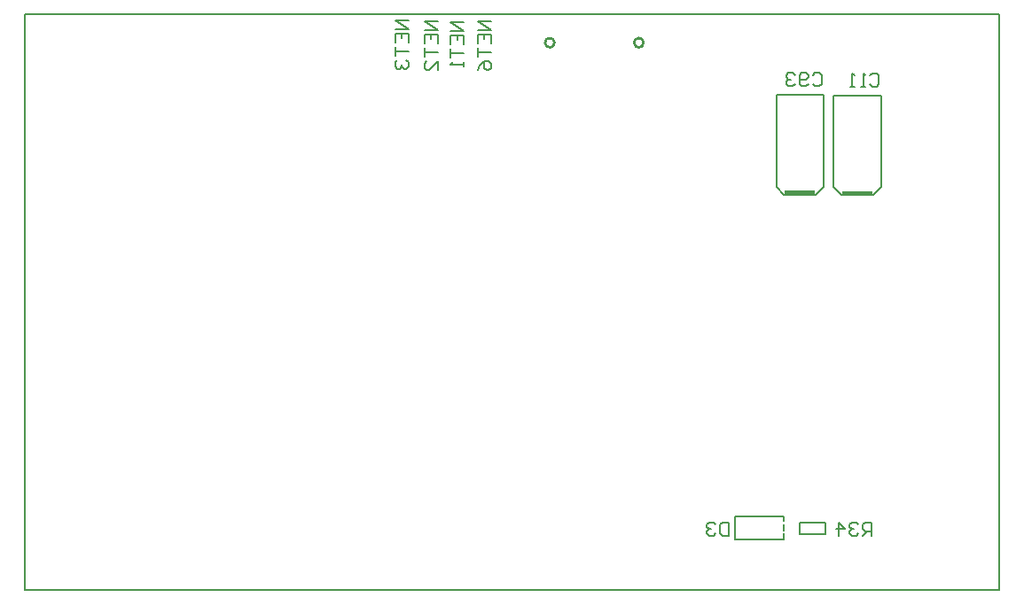
<source format=gbo>
%FSLAX25Y25*%
%MOIN*%
G70*
G01*
G75*
G04 Layer_Color=32896*
%ADD10C,0.02000*%
%ADD11R,0.07874X0.07874*%
%ADD12R,0.03347X0.02756*%
%ADD13R,0.02756X0.08268*%
%ADD14R,0.02559X0.04843*%
%ADD15R,0.19685X0.05118*%
%ADD16R,0.04724X0.09843*%
%ADD17R,0.09843X0.05906*%
%ADD18O,0.01378X0.06890*%
%ADD19R,0.01378X0.01181*%
%ADD20R,0.01378X0.00984*%
%ADD21R,0.01181X0.01181*%
%ADD22O,0.04724X0.00984*%
%ADD23R,0.04724X0.01772*%
%ADD24O,0.04724X0.01772*%
%ADD25O,0.00984X0.04724*%
%ADD26O,0.01772X0.04724*%
%ADD27R,0.07480X0.05512*%
%ADD28R,0.05315X0.01654*%
%ADD29R,0.03937X0.03150*%
%ADD30R,0.03150X0.03937*%
%ADD31R,0.09843X0.11811*%
%ADD32O,0.07087X0.02362*%
%ADD33O,0.02362X0.07087*%
%ADD34O,0.03543X0.01969*%
%ADD35R,0.03543X0.01969*%
%ADD36O,0.03543X0.01969*%
%ADD37R,0.01575X0.03347*%
%ADD38R,0.03937X0.02362*%
%ADD39R,0.02756X0.03347*%
G04:AMPARAMS|DCode=40|XSize=35.43mil|YSize=157.48mil|CornerRadius=1.77mil|HoleSize=0mil|Usage=FLASHONLY|Rotation=0.000|XOffset=0mil|YOffset=0mil|HoleType=Round|Shape=RoundedRectangle|*
%AMROUNDEDRECTD40*
21,1,0.03543,0.15394,0,0,0.0*
21,1,0.03189,0.15748,0,0,0.0*
1,1,0.00354,0.01595,-0.07697*
1,1,0.00354,-0.01595,-0.07697*
1,1,0.00354,-0.01595,0.07697*
1,1,0.00354,0.01595,0.07697*
%
%ADD40ROUNDEDRECTD40*%
%ADD41R,0.05906X0.03937*%
%ADD42R,0.05118X0.19685*%
%ADD43R,0.03937X0.05906*%
%ADD44C,0.04000*%
%ADD45C,0.01000*%
%ADD46C,0.01500*%
%ADD47C,0.00800*%
%ADD48C,0.03000*%
%ADD49C,0.07000*%
%ADD50R,0.16830X0.03653*%
%ADD51C,0.00500*%
%ADD52C,0.05906*%
%ADD53R,0.05906X0.05906*%
%ADD54C,0.11811*%
%ADD55O,0.07874X0.15748*%
%ADD56C,0.03228*%
%ADD57R,0.05906X0.05906*%
%ADD58C,0.07874*%
%ADD59R,0.07874X0.07874*%
%ADD60O,0.11811X0.07874*%
%ADD61R,0.11811X0.07874*%
G04:AMPARAMS|DCode=62|XSize=51.18mil|YSize=173.23mil|CornerRadius=2.56mil|HoleSize=0mil|Usage=FLASHONLY|Rotation=0.000|XOffset=0mil|YOffset=0mil|HoleType=Round|Shape=RoundedRectangle|*
%AMROUNDEDRECTD62*
21,1,0.05118,0.16811,0,0,0.0*
21,1,0.04606,0.17323,0,0,0.0*
1,1,0.00512,0.02303,-0.08406*
1,1,0.00512,-0.02303,-0.08406*
1,1,0.00512,-0.02303,0.08406*
1,1,0.00512,0.02303,0.08406*
%
%ADD62ROUNDEDRECTD62*%
%ADD63C,0.03000*%
%ADD64C,0.04000*%
%ADD65C,0.02000*%
%ADD66C,0.06000*%
%ADD67R,0.03937X0.07087*%
%ADD68R,0.11811X0.08661*%
%ADD69C,0.00984*%
%ADD70C,0.02362*%
%ADD71C,0.00787*%
%ADD72C,0.00300*%
%ADD73C,0.00400*%
%ADD74C,0.00493*%
%ADD75C,0.00700*%
%ADD76R,0.08674X0.08674*%
%ADD77R,0.04147X0.03556*%
%ADD78R,0.03556X0.09068*%
%ADD79R,0.03359X0.05643*%
%ADD80R,0.20485X0.05918*%
%ADD81R,0.05524X0.10642*%
%ADD82R,0.10642X0.06706*%
%ADD83O,0.02178X0.07690*%
%ADD84R,0.02178X0.01981*%
%ADD85R,0.02178X0.01784*%
%ADD86R,0.01981X0.01981*%
%ADD87O,0.05524X0.01784*%
%ADD88R,0.05524X0.02572*%
%ADD89O,0.05524X0.02572*%
%ADD90O,0.01784X0.05524*%
%ADD91O,0.02572X0.05524*%
%ADD92R,0.08280X0.06312*%
%ADD93R,0.06115X0.02454*%
%ADD94R,0.04737X0.03950*%
%ADD95R,0.03950X0.04737*%
%ADD96R,0.10642X0.12611*%
%ADD97O,0.07887X0.03162*%
%ADD98O,0.03162X0.07887*%
%ADD99O,0.04343X0.02769*%
%ADD100R,0.04343X0.02769*%
%ADD101O,0.04343X0.02769*%
%ADD102R,0.02375X0.04147*%
%ADD103R,0.04737X0.03162*%
%ADD104R,0.03556X0.04147*%
G04:AMPARAMS|DCode=105|XSize=39.37mil|YSize=161.42mil|CornerRadius=1.97mil|HoleSize=0mil|Usage=FLASHONLY|Rotation=0.000|XOffset=0mil|YOffset=0mil|HoleType=Round|Shape=RoundedRectangle|*
%AMROUNDEDRECTD105*
21,1,0.03937,0.15748,0,0,0.0*
21,1,0.03543,0.16142,0,0,0.0*
1,1,0.00394,0.01772,-0.07874*
1,1,0.00394,-0.01772,-0.07874*
1,1,0.00394,-0.01772,0.07874*
1,1,0.00394,0.01772,0.07874*
%
%ADD105ROUNDEDRECTD105*%
%ADD106R,0.06706X0.04737*%
%ADD107R,0.05918X0.20485*%
%ADD108R,0.04737X0.06706*%
%ADD109C,0.06706*%
%ADD110R,0.06706X0.06706*%
%ADD111C,0.12611*%
%ADD112O,0.08674X0.16548*%
%ADD113C,0.04028*%
%ADD114R,0.06706X0.06706*%
%ADD115C,0.08674*%
%ADD116R,0.08674X0.08674*%
%ADD117O,0.12611X0.08674*%
%ADD118R,0.12611X0.08674*%
G04:AMPARAMS|DCode=119|XSize=55.12mil|YSize=177.16mil|CornerRadius=2.76mil|HoleSize=0mil|Usage=FLASHONLY|Rotation=0.000|XOffset=0mil|YOffset=0mil|HoleType=Round|Shape=RoundedRectangle|*
%AMROUNDEDRECTD119*
21,1,0.05512,0.17165,0,0,0.0*
21,1,0.04961,0.17716,0,0,0.0*
1,1,0.00551,0.02480,-0.08583*
1,1,0.00551,-0.02480,-0.08583*
1,1,0.00551,-0.02480,0.08583*
1,1,0.00551,0.02480,0.08583*
%
%ADD119ROUNDEDRECTD119*%
%ADD120R,0.04737X0.07887*%
%ADD121R,0.12611X0.09461*%
%ADD122R,0.11811X0.01575*%
D45*
X193037Y6781D02*
G03*
X193037Y6781I-1772J0D01*
G01*
X159572D02*
G03*
X159572Y6781I-1772J0D01*
G01*
D51*
X227444Y-180131D02*
X245751D01*
X227444Y-171469D02*
X245751D01*
X227444Y-180131D02*
Y-171469D01*
X245751Y-180131D02*
Y-177949D01*
X245800Y-173200D02*
Y-171600D01*
Y-176700D02*
Y-174600D01*
X251626Y-173735D02*
X261469D01*
X251626Y-178065D02*
X261469D01*
Y-173735D01*
X251626Y-178065D02*
Y-173735D01*
X242942Y-12791D02*
X260658D01*
Y-47437D02*
Y-12791D01*
X242942Y-47437D02*
Y-12791D01*
X257705Y-50390D02*
X260658Y-47437D01*
X245895Y-50390D02*
X257705D01*
X242942Y-47437D02*
X245895Y-50390D01*
X264542Y-12991D02*
X282258D01*
Y-47637D02*
Y-12991D01*
X264542Y-47637D02*
Y-12991D01*
X279306Y-50590D02*
X282258Y-47637D01*
X267495Y-50590D02*
X279306D01*
X264542Y-47637D02*
X267495Y-50590D01*
X-39500Y-199135D02*
Y17400D01*
Y-199135D02*
X326642D01*
Y17400D01*
X-39500D02*
X326642D01*
D75*
X135700Y14700D02*
X130702D01*
X135700Y11368D01*
X130702D01*
Y6369D02*
Y9702D01*
X135700D01*
Y6369D01*
X133201Y9702D02*
Y8036D01*
X130702Y4703D02*
Y1371D01*
Y3037D01*
X135700D01*
X130702Y-3627D02*
X131535Y-1961D01*
X133201Y-295D01*
X134867D01*
X135700Y-1128D01*
Y-2794D01*
X134867Y-3627D01*
X134034D01*
X133201Y-2794D01*
Y-295D01*
X125500Y14500D02*
X120502D01*
X125500Y11168D01*
X120502D01*
Y6169D02*
Y9502D01*
X125500D01*
Y6169D01*
X123001Y9502D02*
Y7835D01*
X120502Y4503D02*
Y1171D01*
Y2837D01*
X125500D01*
Y-495D02*
Y-2161D01*
Y-1328D01*
X120502D01*
X121335Y-495D01*
X115600Y14700D02*
X110602D01*
X115600Y11368D01*
X110602D01*
Y6369D02*
Y9702D01*
X115600D01*
Y6369D01*
X113101Y9702D02*
Y8036D01*
X110602Y4703D02*
Y1371D01*
Y3037D01*
X115600D01*
Y-3627D02*
Y-295D01*
X112268Y-3627D01*
X111435D01*
X110602Y-2794D01*
Y-1128D01*
X111435Y-295D01*
X104600Y15300D02*
X99602D01*
X104600Y11968D01*
X99602D01*
Y6969D02*
Y10302D01*
X104600D01*
Y6969D01*
X102101Y10302D02*
Y8636D01*
X99602Y5303D02*
Y1971D01*
Y3637D01*
X104600D01*
X100435Y305D02*
X99602Y-528D01*
Y-2194D01*
X100435Y-3027D01*
X101268D01*
X102101Y-2194D01*
Y-1361D01*
Y-2194D01*
X102934Y-3027D01*
X103767D01*
X104600Y-2194D01*
Y-528D01*
X103767Y305D01*
X225200Y-173702D02*
Y-178700D01*
X222701D01*
X221868Y-177867D01*
Y-174535D01*
X222701Y-173702D01*
X225200D01*
X220202Y-174535D02*
X219369Y-173702D01*
X217702D01*
X216869Y-174535D01*
Y-175368D01*
X217702Y-176201D01*
X218535D01*
X217702D01*
X216869Y-177034D01*
Y-177867D01*
X217702Y-178700D01*
X219369D01*
X220202Y-177867D01*
X278800Y-178800D02*
Y-173802D01*
X276301D01*
X275468Y-174635D01*
Y-176301D01*
X276301Y-177134D01*
X278800D01*
X277134D02*
X275468Y-178800D01*
X273802Y-174635D02*
X272969Y-173802D01*
X271302D01*
X270469Y-174635D01*
Y-175468D01*
X271302Y-176301D01*
X272135D01*
X271302D01*
X270469Y-177134D01*
Y-177967D01*
X271302Y-178800D01*
X272969D01*
X273802Y-177967D01*
X266304Y-178800D02*
Y-173802D01*
X268803Y-176301D01*
X265471D01*
X256618Y-5385D02*
X257451Y-4552D01*
X259117D01*
X259950Y-5385D01*
Y-8717D01*
X259117Y-9550D01*
X257451D01*
X256618Y-8717D01*
X254952D02*
X254119Y-9550D01*
X252452D01*
X251619Y-8717D01*
Y-5385D01*
X252452Y-4552D01*
X254119D01*
X254952Y-5385D01*
Y-6218D01*
X254119Y-7051D01*
X251619D01*
X249953Y-5385D02*
X249120Y-4552D01*
X247454D01*
X246621Y-5385D01*
Y-6218D01*
X247454Y-7051D01*
X248287D01*
X247454D01*
X246621Y-7884D01*
Y-8717D01*
X247454Y-9550D01*
X249120D01*
X249953Y-8717D01*
X278218Y-5585D02*
X279051Y-4752D01*
X280717D01*
X281550Y-5585D01*
Y-8917D01*
X280717Y-9750D01*
X279051D01*
X278218Y-8917D01*
X276552Y-9750D02*
X274886D01*
X275719D01*
Y-4752D01*
X276552Y-5585D01*
X272386Y-9750D02*
X270720D01*
X271553D01*
Y-4752D01*
X272386Y-5585D01*
D122*
X251800Y-49562D02*
D03*
X273400Y-49782D02*
D03*
M02*

</source>
